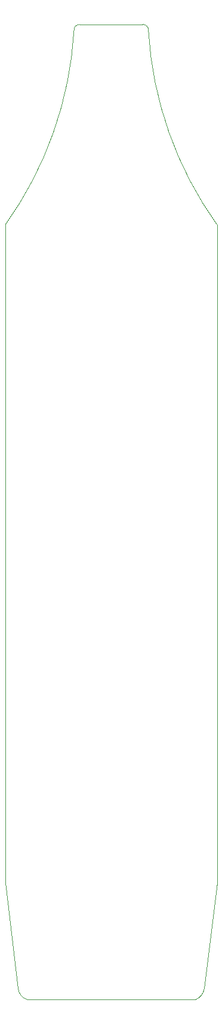
<source format=gbr>
%TF.GenerationSoftware,KiCad,Pcbnew,8.0.2-1*%
%TF.CreationDate,2024-06-20T14:35:34+08:00*%
%TF.ProjectId,troubleSeeker,74726f75-626c-4655-9365-656b65722e6b,rev?*%
%TF.SameCoordinates,Original*%
%TF.FileFunction,Profile,NP*%
%FSLAX46Y46*%
G04 Gerber Fmt 4.6, Leading zero omitted, Abs format (unit mm)*
G04 Created by KiCad (PCBNEW 8.0.2-1) date 2024-06-20 14:35:34*
%MOMM*%
%LPD*%
G01*
G04 APERTURE LIST*
%TA.AperFunction,Profile*%
%ADD10C,0.050000*%
%TD*%
G04 APERTURE END LIST*
D10*
X120002822Y-180492746D02*
G75*
G02*
X118800001Y-179000000I697178J1792746D01*
G01*
X145200000Y-179000000D02*
G75*
G02*
X143997179Y-180492747I-1900000J300000D01*
G01*
X147000000Y-71000000D02*
X147000000Y-164000000D01*
X117000000Y-71000000D02*
X117000000Y-164000000D01*
X136500000Y-42717990D02*
X127500000Y-42717990D01*
X136500000Y-42717990D02*
G75*
G02*
X137278703Y-43571841I0J-782010D01*
G01*
X126721297Y-43571841D02*
G75*
G02*
X127500000Y-42717990I778703J71841D01*
G01*
X126721296Y-43571841D02*
G75*
G02*
X116999998Y-70999998I-52221289J3071843D01*
G01*
X147000000Y-71000000D02*
G75*
G02*
X137278704Y-43571841I42500000J30500000D01*
G01*
X120002822Y-180492746D02*
X143997179Y-180492746D01*
X117000000Y-164000000D02*
X118800001Y-179000000D01*
X147000000Y-164000000D02*
X145200000Y-179000000D01*
M02*

</source>
